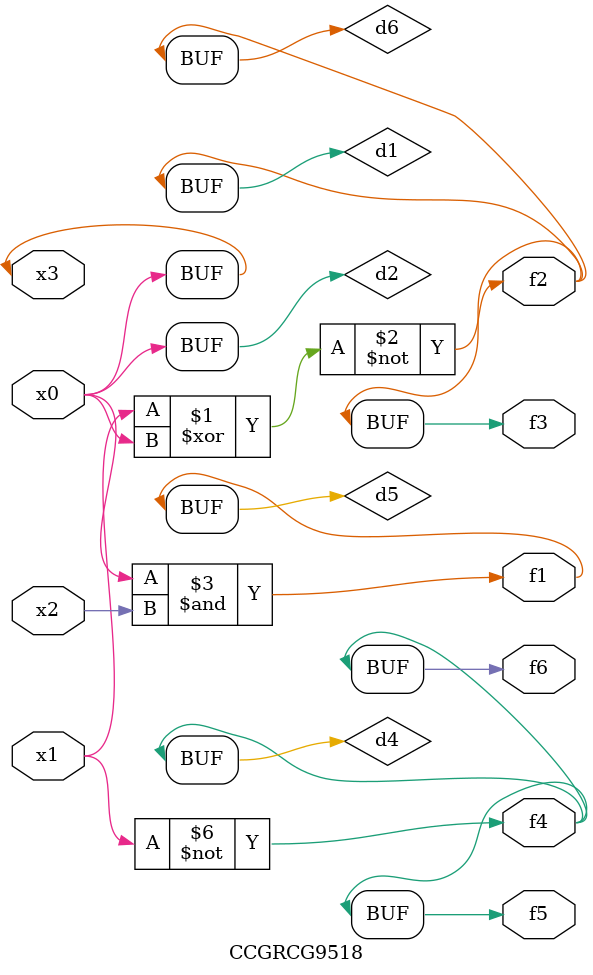
<source format=v>
module CCGRCG9518(
	input x0, x1, x2, x3,
	output f1, f2, f3, f4, f5, f6
);

	wire d1, d2, d3, d4, d5, d6;

	xnor (d1, x1, x3);
	buf (d2, x0, x3);
	nand (d3, x0, x2);
	not (d4, x1);
	nand (d5, d3);
	or (d6, d1);
	assign f1 = d5;
	assign f2 = d6;
	assign f3 = d6;
	assign f4 = d4;
	assign f5 = d4;
	assign f6 = d4;
endmodule

</source>
